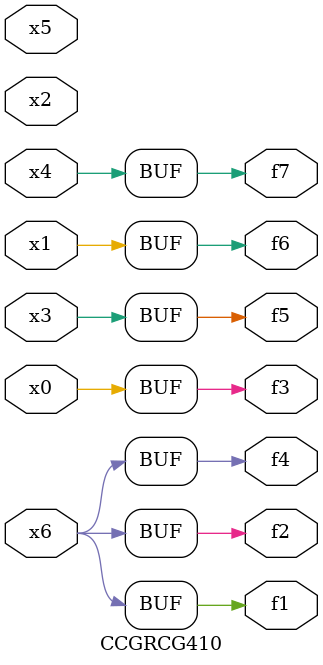
<source format=v>
module CCGRCG410(
	input x0, x1, x2, x3, x4, x5, x6,
	output f1, f2, f3, f4, f5, f6, f7
);
	assign f1 = x6;
	assign f2 = x6;
	assign f3 = x0;
	assign f4 = x6;
	assign f5 = x3;
	assign f6 = x1;
	assign f7 = x4;
endmodule

</source>
